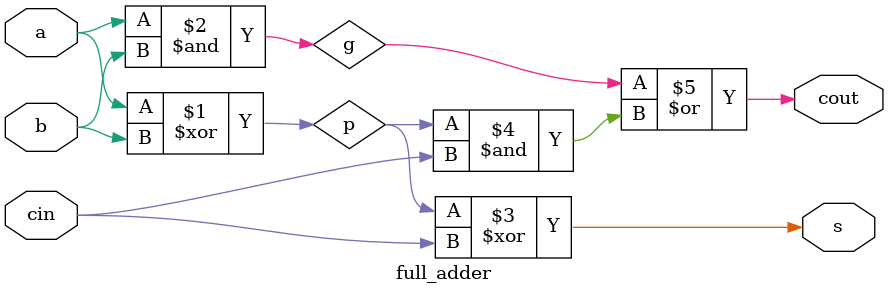
<source format=v>
/*
   Full-Adder
   Structure by data flow
*/

module full_adder 
(
        //Port declaration
            //Inputs            
            input a,
            input b,
            input cin,
            //Outputs
            output s,
            output cout
);
	// Wire (net) declarations (internal to module)
	wire p, g;

    assign p = a ^ b;
    assign g = a & b;

    // Create output logic
    assign s = p ^ cin;
    assign cout = g | (p &cin);
 	
endmodule

</source>
